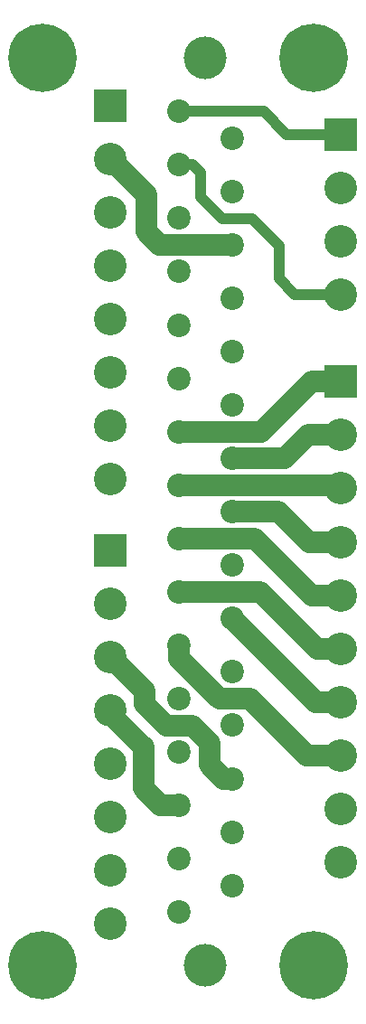
<source format=gtl>
%TF.GenerationSoftware,KiCad,Pcbnew,(6.0.7)*%
%TF.CreationDate,2026-02-23T19:25:28+01:00*%
%TF.ProjectId,FSZ_BP,46535a5f-4250-42e6-9b69-6361645f7063,0438 -*%
%TF.SameCoordinates,Original*%
%TF.FileFunction,Copper,L1,Top*%
%TF.FilePolarity,Positive*%
%FSLAX46Y46*%
G04 Gerber Fmt 4.6, Leading zero omitted, Abs format (unit mm)*
G04 Created by KiCad (PCBNEW (6.0.7)) date 2026-02-23 19:25:28*
%MOMM*%
%LPD*%
G01*
G04 APERTURE LIST*
%TA.AperFunction,ComponentPad*%
%ADD10C,6.400800*%
%TD*%
%TA.AperFunction,ComponentPad*%
%ADD11R,3.048000X3.048000*%
%TD*%
%TA.AperFunction,ComponentPad*%
%ADD12C,3.048000*%
%TD*%
%TA.AperFunction,ComponentPad*%
%ADD13C,2.200000*%
%TD*%
%TA.AperFunction,ComponentPad*%
%ADD14C,4.000000*%
%TD*%
%TA.AperFunction,Conductor*%
%ADD15C,1.000000*%
%TD*%
%TA.AperFunction,Conductor*%
%ADD16C,2.000000*%
%TD*%
G04 APERTURE END LIST*
D10*
%TO.P,HOLE,*%
%TO.N,*%
X48760000Y-109900000D03*
%TD*%
%TO.P,HOLE,*%
%TO.N,*%
X74160000Y-109900000D03*
%TD*%
D11*
%TO.P,P4,1,P1*%
%TO.N,/A4*%
X76700000Y-140220000D03*
D12*
%TO.P,P4,2,P2*%
%TO.N,/B4*%
X76700000Y-145218720D03*
%TO.P,P4,3,P3*%
%TO.N,/C4*%
X76700000Y-150219980D03*
%TO.P,P4,4,P4*%
%TO.N,/A5*%
X76700000Y-155218700D03*
%TO.P,P4,5,P5*%
%TO.N,/C5*%
X76700000Y-160219960D03*
%TO.P,P4,6,P6*%
%TO.N,/A6*%
X76700000Y-165218680D03*
%TO.P,P4,7,P7*%
%TO.N,/B6*%
X76700000Y-170219940D03*
%TO.P,P4,8,P8*%
%TO.N,/C6*%
X76700000Y-175218660D03*
%TO.P,P4,9,P9*%
%TO.N,/A7*%
X76700000Y-180220000D03*
%TO.P,P4,10,P10*%
%TO.N,/C7*%
X76700000Y-185220000D03*
%TD*%
D10*
%TO.P,HOLE,*%
%TO.N,*%
X74160000Y-194900000D03*
%TD*%
D11*
%TO.P,P1,1,P1*%
%TO.N,/LN*%
X76700000Y-117040640D03*
D12*
%TO.P,P1,2,P2*%
%TO.N,GND*%
X76700000Y-122039360D03*
%TO.P,P1,3,P3*%
X76700000Y-127040620D03*
%TO.P,P1,4,P4*%
%TO.N,+12V*%
X76700000Y-132039340D03*
%TD*%
D11*
%TO.P,P3,1,P1*%
%TO.N,/A8*%
X55110000Y-155982640D03*
D12*
%TO.P,P3,2,P2*%
%TO.N,/C8*%
X55110000Y-160981360D03*
%TO.P,P3,3,P3*%
%TO.N,/A9*%
X55110000Y-165982620D03*
%TO.P,P3,4,P4*%
%TO.N,/B9*%
X55110000Y-170981340D03*
%TO.P,P3,5,P5*%
%TO.N,/C9*%
X55110000Y-175982600D03*
%TO.P,P3,6,P6*%
%TO.N,/A10*%
X55110000Y-180981320D03*
%TO.P,P3,7,P7*%
%TO.N,/B10*%
X55110000Y-185982580D03*
%TO.P,P3,8,P8*%
%TO.N,/C10*%
X55110000Y-190981300D03*
%TD*%
D11*
%TO.P,P2,1,P1*%
%TO.N,/A1*%
X55110000Y-114326640D03*
D12*
%TO.P,P2,2,P2*%
%TO.N,/B1*%
X55110000Y-119325360D03*
%TO.P,P2,3,P3*%
%TO.N,/C1*%
X55110000Y-124326620D03*
%TO.P,P2,4,P4*%
%TO.N,/A2*%
X55110000Y-129325340D03*
%TO.P,P2,5,P5*%
%TO.N,/C2*%
X55110000Y-134326600D03*
%TO.P,P2,6,P6*%
%TO.N,/A3*%
X55110000Y-139325320D03*
%TO.P,P2,7,P7*%
%TO.N,/B3*%
X55110000Y-144326580D03*
%TO.P,P2,8,P8*%
%TO.N,/C3*%
X55110000Y-149325300D03*
%TD*%
D10*
%TO.P,HOLE,*%
%TO.N,*%
X48760000Y-194900000D03*
%TD*%
D13*
%TO.P,K1,1,P1*%
%TO.N,/LN*%
X61500000Y-114900000D03*
%TO.P,K1,2,P2*%
%TO.N,GND*%
X66500000Y-117400000D03*
%TO.P,K1,3,P3*%
%TO.N,+12V*%
X61500000Y-119900000D03*
%TO.P,K1,4,P4*%
%TO.N,GND*%
X66500000Y-122400000D03*
%TO.P,K1,5,P5*%
%TO.N,/A1*%
X61500000Y-124900000D03*
%TO.P,K1,6,P6*%
%TO.N,/B1*%
X66500000Y-127400000D03*
%TO.P,K1,7,P7*%
%TO.N,/C1*%
X61500000Y-129900000D03*
%TO.P,K1,8,P8*%
%TO.N,/A2*%
X66500000Y-132400000D03*
%TO.P,K1,9,P9*%
%TO.N,/C2*%
X61500000Y-134900000D03*
%TO.P,K1,10,P10*%
%TO.N,/A3*%
X66500000Y-137400000D03*
%TO.P,K1,11,P11*%
%TO.N,/B3*%
X61500000Y-139900000D03*
%TO.P,K1,12,P12*%
%TO.N,/C3*%
X66500000Y-142400000D03*
%TO.P,K1,13,P13*%
%TO.N,/A4*%
X61500000Y-144900000D03*
%TO.P,K1,14,P14*%
%TO.N,/B4*%
X66500000Y-147400000D03*
%TO.P,K1,15,P15*%
%TO.N,/C4*%
X61500000Y-149900000D03*
%TO.P,K1,16,P16*%
%TO.N,/A5*%
X66500000Y-152400000D03*
%TO.P,K1,17,P17*%
%TO.N,/C5*%
X61500000Y-154900000D03*
%TO.P,K1,18,P18*%
%TO.N,unconnected-(K1-Pad18)*%
X66500000Y-157400000D03*
%TO.P,K1,19,P19*%
%TO.N,/A6*%
X61500000Y-159900000D03*
%TO.P,K1,20,P20*%
%TO.N,/B6*%
X66500000Y-162400000D03*
%TO.P,K1,21,P21*%
%TO.N,/C6*%
X61500000Y-164900000D03*
%TO.P,K1,22,P22*%
%TO.N,/A7*%
X66500000Y-167400000D03*
%TO.P,K1,23,P23*%
%TO.N,/C7*%
X61500000Y-169900000D03*
%TO.P,K1,24,P24*%
%TO.N,/A8*%
X66500000Y-172400000D03*
%TO.P,K1,25,P25*%
%TO.N,/C8*%
X61500000Y-174900000D03*
%TO.P,K1,26,P26*%
%TO.N,/A9*%
X66500000Y-177401220D03*
%TO.P,K1,27,P27*%
%TO.N,/B9*%
X61500000Y-179900000D03*
%TO.P,K1,28,P28*%
%TO.N,/C9*%
X66500000Y-182399940D03*
%TO.P,K1,29,P29*%
%TO.N,/A10*%
X61500000Y-184900000D03*
%TO.P,K1,30,P30*%
%TO.N,/B10*%
X66500000Y-187400000D03*
%TO.P,K1,31,P31*%
%TO.N,/C10*%
X61500000Y-189900000D03*
D14*
%TO.P,K1,H1*%
%TO.N,N/C*%
X64000000Y-109900000D03*
%TO.P,K1,H2*%
X64000000Y-194900000D03*
%TD*%
D15*
%TO.N,/LN*%
X69434000Y-114900000D02*
X71574640Y-117040640D01*
X71574640Y-117040640D02*
X76700000Y-117040640D01*
X61500000Y-114900000D02*
X69434000Y-114900000D01*
%TO.N,+12V*%
X76700000Y-132039340D02*
X72349340Y-132039340D01*
X63500000Y-122936000D02*
X63500000Y-120650000D01*
X65532000Y-124968000D02*
X63500000Y-122936000D01*
X70866000Y-130556000D02*
X70866000Y-127508000D01*
X63500000Y-120650000D02*
X62750000Y-119900000D01*
X68326000Y-124968000D02*
X65532000Y-124968000D01*
X62750000Y-119900000D02*
X61500000Y-119900000D01*
X72349340Y-132039340D02*
X70866000Y-130556000D01*
X70866000Y-127508000D02*
X68326000Y-124968000D01*
D16*
%TO.N,/B1*%
X55110000Y-119325420D02*
X58420000Y-122635420D01*
X58420000Y-126170000D02*
X59650000Y-127400000D01*
X59650000Y-127400000D02*
X66500000Y-127400000D01*
X58420000Y-122635420D02*
X58420000Y-126170000D01*
%TO.N,/A4*%
X69250000Y-144900000D02*
X73930000Y-140220000D01*
X61500000Y-144900000D02*
X69250000Y-144900000D01*
X73930000Y-140220000D02*
X76700000Y-140220000D01*
%TO.N,/B4*%
X66500000Y-147400000D02*
X71400000Y-147400000D01*
X73580000Y-145220000D02*
X76700000Y-145220000D01*
X71400000Y-147400000D02*
X73580000Y-145220000D01*
%TO.N,/C4*%
X76378660Y-149900000D02*
X76700000Y-150221340D01*
X61500000Y-149900000D02*
X76378660Y-149900000D01*
%TO.N,/A5*%
X70850000Y-152400000D02*
X73670060Y-155220060D01*
X66500000Y-152400000D02*
X70850000Y-152400000D01*
X73670060Y-155220060D02*
X76700000Y-155220060D01*
%TO.N,/C5*%
X73921320Y-160221320D02*
X76700000Y-160221320D01*
X68600000Y-154900000D02*
X73921320Y-160221320D01*
X61500000Y-154900000D02*
X68600000Y-154900000D01*
%TO.N,/A6*%
X69150000Y-159900000D02*
X74470040Y-165220040D01*
X74470040Y-165220040D02*
X76700000Y-165220040D01*
X61500000Y-159900000D02*
X69150000Y-159900000D01*
%TO.N,/B6*%
X66500000Y-162400000D02*
X74321300Y-170221300D01*
X74321300Y-170221300D02*
X76700000Y-170221300D01*
%TO.N,/C6*%
X65276000Y-169926000D02*
X68176000Y-169926000D01*
X73470020Y-175220020D02*
X76700000Y-175220020D01*
X61500000Y-166150000D02*
X65276000Y-169926000D01*
X61500000Y-164900000D02*
X61500000Y-166150000D01*
X68176000Y-169926000D02*
X73470020Y-175220020D01*
%TO.N,/A9*%
X64350000Y-176110000D02*
X64350000Y-174078000D01*
X58250000Y-170384000D02*
X58250000Y-169122680D01*
X66500000Y-177401220D02*
X65641220Y-177401220D01*
X60332000Y-172466000D02*
X58250000Y-170384000D01*
X58250000Y-169122680D02*
X55110000Y-165982680D01*
X64350000Y-174078000D02*
X62738000Y-172466000D01*
X62738000Y-172466000D02*
X60332000Y-172466000D01*
X65641220Y-177401220D02*
X64350000Y-176110000D01*
%TO.N,/B9*%
X58166000Y-178308000D02*
X58166000Y-174362600D01*
X61500000Y-179900000D02*
X59758000Y-179900000D01*
X58166000Y-174362600D02*
X58133900Y-174362600D01*
X58133900Y-174362600D02*
X55110000Y-171338700D01*
X59758000Y-179900000D02*
X58166000Y-178308000D01*
X55110000Y-171338700D02*
X55110000Y-170981400D01*
%TD*%
M02*

</source>
